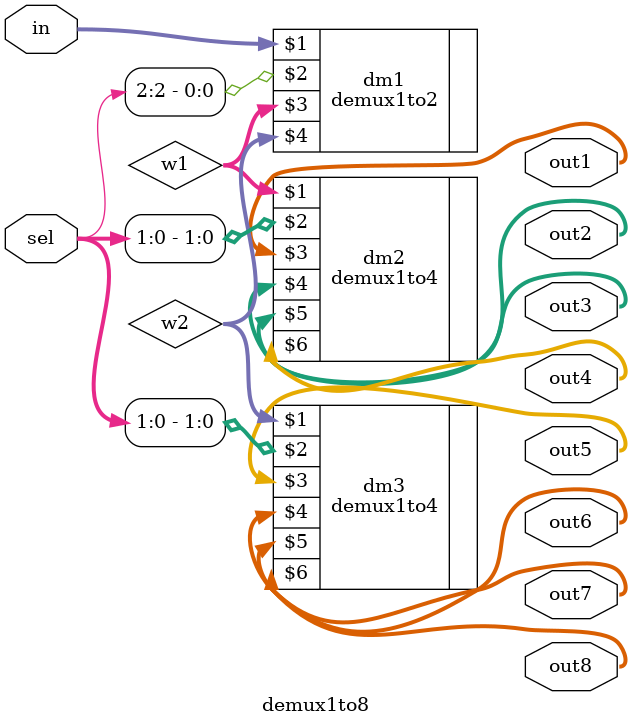
<source format=v>
module demux1to8(
  input wire [1:0] in,
  input wire [2:0] sel,
  output wire [1:0] out1, out2, out3, out4, out5, out6, out7, out8);
  
  wire [1:0] w1, w2;
  
  demux1to2 dm1(in, sel[2], w1, w2);
  demux1to4 dm2(w1, sel[1:0], out1, out2, out3, out4);
  demux1to4 dm3(w2, sel[1:0], out5, out6, out7, out8);
  
endmodule
</source>
